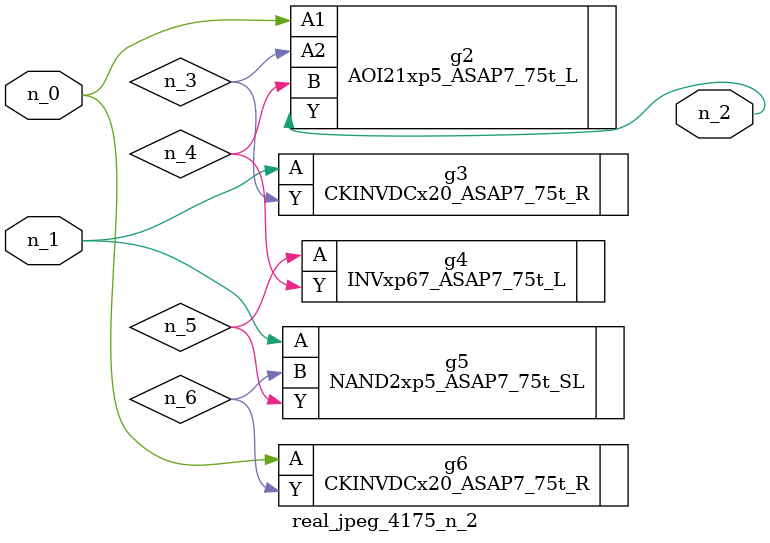
<source format=v>
module real_jpeg_4175_n_2 (n_1, n_0, n_2);

input n_1;
input n_0;

output n_2;

wire n_5;
wire n_4;
wire n_6;
wire n_3;

AOI21xp5_ASAP7_75t_L g2 ( 
.A1(n_0),
.A2(n_3),
.B(n_4),
.Y(n_2)
);

CKINVDCx20_ASAP7_75t_R g6 ( 
.A(n_0),
.Y(n_6)
);

CKINVDCx20_ASAP7_75t_R g3 ( 
.A(n_1),
.Y(n_3)
);

NAND2xp5_ASAP7_75t_SL g5 ( 
.A(n_1),
.B(n_6),
.Y(n_5)
);

INVxp67_ASAP7_75t_L g4 ( 
.A(n_5),
.Y(n_4)
);


endmodule
</source>
